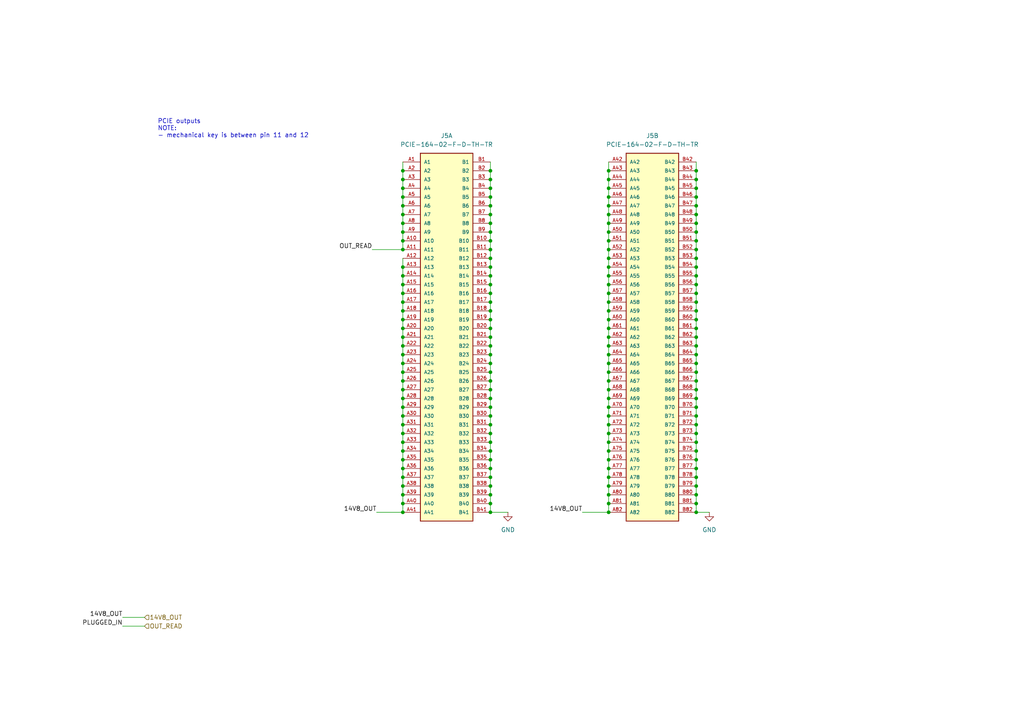
<source format=kicad_sch>
(kicad_sch (version 20250114) (generator "eeschema") (generator_version "9.0")
  (paper "A4")
  (lib_symbols
    (symbol "PCIE-164-02-F-D-TH-TR:PCIE-164-02-F-D-TH-TR" (pin_names (offset 1.016))
      (property "Reference" "J" (at -7.62 54.102 0))
      (property "Value" "PCIE-164-02-F-D-TH-TR" (at -7.62 -55.88 0))
      (symbol "PCIE-164-02-F-D-TH-TR_1_0"
        (rectangle (start -7.62 -53.34) (end 7.62 53.34) (stroke (width 0.254)) (fill (type background)))
        (pin passive line (at -12.7 50.8 0) (length 5.08) (name "A1") (number "A1"))
        (pin passive line (at -12.7 48.26 0) (length 5.08) (name "A2") (number "A2"))
        (pin passive line (at -12.7 45.72 0) (length 5.08) (name "A3") (number "A3"))
        (pin passive line (at -12.7 43.18 0) (length 5.08) (name "A4") (number "A4"))
        (pin passive line (at -12.7 40.64 0) (length 5.08) (name "A5") (number "A5"))
        (pin passive line (at -12.7 38.1 0) (length 5.08) (name "A6") (number "A6"))
        (pin passive line (at -12.7 35.56 0) (length 5.08) (name "A7") (number "A7"))
        (pin passive line (at -12.7 33.02 0) (length 5.08) (name "A8") (number "A8"))
        (pin passive line (at -12.7 30.48 0) (length 5.08) (name "A9") (number "A9"))
        (pin passive line (at -12.7 27.94 0) (length 5.08) (name "A10") (number "A10"))
        (pin passive line (at -12.7 25.4 0) (length 5.08) (name "A11") (number "A11"))
        (pin passive line (at -12.7 22.86 0) (length 5.08) (name "A12") (number "A12"))
        (pin passive line (at -12.7 20.32 0) (length 5.08) (name "A13") (number "A13"))
        (pin passive line (at -12.7 17.78 0) (length 5.08) (name "A14") (number "A14"))
        (pin passive line (at -12.7 15.24 0) (length 5.08) (name "A15") (number "A15"))
        (pin passive line (at -12.7 12.7 0) (length 5.08) (name "A16") (number "A16"))
        (pin passive line (at -12.7 10.16 0) (length 5.08) (name "A17") (number "A17"))
        (pin passive line (at -12.7 7.62 0) (length 5.08) (name "A18") (number "A18"))
        (pin passive line (at -12.7 5.08 0) (length 5.08) (name "A19") (number "A19"))
        (pin passive line (at -12.7 2.54 0) (length 5.08) (name "A20") (number "A20"))
        (pin passive line (at -12.7 0 0) (length 5.08) (name "A21") (number "A21"))
        (pin passive line (at -12.7 -2.54 0) (length 5.08) (name "A22") (number "A22"))
        (pin passive line (at -12.7 -5.08 0) (length 5.08) (name "A23") (number "A23"))
        (pin passive line (at -12.7 -7.62 0) (length 5.08) (name "A24") (number "A24"))
        (pin passive line (at -12.7 -10.16 0) (length 5.08) (name "A25") (number "A25"))
        (pin passive line (at -12.7 -12.7 0) (length 5.08) (name "A26") (number "A26"))
        (pin passive line (at -12.7 -15.24 0) (length 5.08) (name "A27") (number "A27"))
        (pin passive line (at -12.7 -17.78 0) (length 5.08) (name "A28") (number "A28"))
        (pin passive line (at -12.7 -20.32 0) (length 5.08) (name "A29") (number "A29"))
        (pin passive line (at -12.7 -22.86 0) (length 5.08) (name "A30") (number "A30"))
        (pin passive line (at -12.7 -25.4 0) (length 5.08) (name "A31") (number "A31"))
        (pin passive line (at -12.7 -27.94 0) (length 5.08) (name "A32") (number "A32"))
        (pin passive line (at -12.7 -30.48 0) (length 5.08) (name "A33") (number "A33"))
        (pin passive line (at -12.7 -33.02 0) (length 5.08) (name "A34") (number "A34"))
        (pin passive line (at -12.7 -35.56 0) (length 5.08) (name "A35") (number "A35"))
        (pin passive line (at -12.7 -38.1 0) (length 5.08) (name "A36") (number "A36"))
        (pin passive line (at -12.7 -40.64 0) (length 5.08) (name "A37") (number "A37"))
        (pin passive line (at -12.7 -43.18 0) (length 5.08) (name "A38") (number "A38"))
        (pin passive line (at -12.7 -45.72 0) (length 5.08) (name "A39") (number "A39"))
        (pin passive line (at -12.7 -48.26 0) (length 5.08) (name "A40") (number "A40"))
        (pin passive line (at -12.7 -50.8 0) (length 5.08) (name "A41") (number "A41"))
        (pin passive line (at 12.7 50.8 180) (length 5.08) (name "B1") (number "B1"))
        (pin passive line (at 12.7 48.26 180) (length 5.08) (name "B2") (number "B2"))
        (pin passive line (at 12.7 45.72 180) (length 5.08) (name "B3") (number "B3"))
        (pin passive line (at 12.7 43.18 180) (length 5.08) (name "B4") (number "B4"))
        (pin passive line (at 12.7 40.64 180) (length 5.08) (name "B5") (number "B5"))
        (pin passive line (at 12.7 38.1 180) (length 5.08) (name "B6") (number "B6"))
        (pin passive line (at 12.7 35.56 180) (length 5.08) (name "B7") (number "B7"))
        (pin passive line (at 12.7 33.02 180) (length 5.08) (name "B8") (number "B8"))
        (pin passive line (at 12.7 30.48 180) (length 5.08) (name "B9") (number "B9"))
        (pin passive line (at 12.7 27.94 180) (length 5.08) (name "B10") (number "B10"))
        (pin passive line (at 12.7 25.4 180) (length 5.08) (name "B11") (number "B11"))
        (pin passive line (at 12.7 22.86 180) (length 5.08) (name "B12") (number "B12"))
        (pin passive line (at 12.7 20.32 180) (length 5.08) (name "B13") (number "B13"))
        (pin passive line (at 12.7 17.78 180) (length 5.08) (name "B14") (number "B14"))
        (pin passive line (at 12.7 15.24 180) (length 5.08) (name "B15") (number "B15"))
        (pin passive line (at 12.7 12.7 180) (length 5.08) (name "B16") (number "B16"))
        (pin passive line (at 12.7 10.16 180) (length 5.08) (name "B17") (number "B17"))
        (pin passive line (at 12.7 7.62 180) (length 5.08) (name "B18") (number "B18"))
        (pin passive line (at 12.7 5.08 180) (length 5.08) (name "B19") (number "B19"))
        (pin passive line (at 12.7 2.54 180) (length 5.08) (name "B20") (number "B20"))
        (pin passive line (at 12.7 0 180) (length 5.08) (name "B21") (number "B21"))
        (pin passive line (at 12.7 -2.54 180) (length 5.08) (name "B22") (number "B22"))
        (pin passive line (at 12.7 -5.08 180) (length 5.08) (name "B23") (number "B23"))
        (pin passive line (at 12.7 -7.62 180) (length 5.08) (name "B24") (number "B24"))
        (pin passive line (at 12.7 -10.16 180) (length 5.08) (name "B25") (number "B25"))
        (pin passive line (at 12.7 -12.7 180) (length 5.08) (name "B26") (number "B26"))
        (pin passive line (at 12.7 -15.24 180) (length 5.08) (name "B27") (number "B27"))
        (pin passive line (at 12.7 -17.78 180) (length 5.08) (name "B28") (number "B28"))
        (pin passive line (at 12.7 -20.32 180) (length 5.08) (name "B29") (number "B29"))
        (pin passive line (at 12.7 -22.86 180) (length 5.08) (name "B30") (number "B30"))
        (pin passive line (at 12.7 -25.4 180) (length 5.08) (name "B31") (number "B31"))
        (pin passive line (at 12.7 -27.94 180) (length 5.08) (name "B32") (number "B32"))
        (pin passive line (at 12.7 -30.48 180) (length 5.08) (name "B33") (number "B33"))
        (pin passive line (at 12.7 -33.02 180) (length 5.08) (name "B34") (number "B34"))
        (pin passive line (at 12.7 -35.56 180) (length 5.08) (name "B35") (number "B35"))
        (pin passive line (at 12.7 -38.1 180) (length 5.08) (name "B36") (number "B36"))
        (pin passive line (at 12.7 -40.64 180) (length 5.08) (name "B37") (number "B37"))
        (pin passive line (at 12.7 -43.18 180) (length 5.08) (name "B38") (number "B38"))
        (pin passive line (at 12.7 -45.72 180) (length 5.08) (name "B39") (number "B39"))
        (pin passive line (at 12.7 -48.26 180) (length 5.08) (name "B40") (number "B40"))
        (pin passive line (at 12.7 -50.8 180) (length 5.08) (name "B41") (number "B41"))
      )
      (symbol "PCIE-164-02-F-D-TH-TR_2_0"
        (rectangle (start -7.62 -53.34) (end 7.62 53.34) (stroke (width 0.254)) (fill (type background)))
        (pin passive line (at -12.7 50.8 0) (length 5.08) (name "A42") (number "A42"))
        (pin passive line (at -12.7 48.26 0) (length 5.08) (name "A43") (number "A43"))
        (pin passive line (at -12.7 45.72 0) (length 5.08) (name "A44") (number "A44"))
        (pin passive line (at -12.7 43.18 0) (length 5.08) (name "A45") (number "A45"))
        (pin passive line (at -12.7 40.64 0) (length 5.08) (name "A46") (number "A46"))
        (pin passive line (at -12.7 38.1 0) (length 5.08) (name "A47") (number "A47"))
        (pin passive line (at -12.7 35.56 0) (length 5.08) (name "A48") (number "A48"))
        (pin passive line (at -12.7 33.02 0) (length 5.08) (name "A49") (number "A49"))
        (pin passive line (at -12.7 30.48 0) (length 5.08) (name "A50") (number "A50"))
        (pin passive line (at -12.7 27.94 0) (length 5.08) (name "A51") (number "A51"))
        (pin passive line (at -12.7 25.4 0) (length 5.08) (name "A52") (number "A52"))
        (pin passive line (at -12.7 22.86 0) (length 5.08) (name "A53") (number "A53"))
        (pin passive line (at -12.7 20.32 0) (length 5.08) (name "A54") (number "A54"))
        (pin passive line (at -12.7 17.78 0) (length 5.08) (name "A55") (number "A55"))
        (pin passive line (at -12.7 15.24 0) (length 5.08) (name "A56") (number "A56"))
        (pin passive line (at -12.7 12.7 0) (length 5.08) (name "A57") (number "A57"))
        (pin passive line (at -12.7 10.16 0) (length 5.08) (name "A58") (number "A58"))
        (pin passive line (at -12.7 7.62 0) (length 5.08) (name "A59") (number "A59"))
        (pin passive line (at -12.7 5.08 0) (length 5.08) (name "A60") (number "A60"))
        (pin passive line (at -12.7 2.54 0) (length 5.08) (name "A61") (number "A61"))
        (pin passive line (at -12.7 0 0) (length 5.08) (name "A62") (number "A62"))
        (pin passive line (at -12.7 -2.54 0) (length 5.08) (name "A63") (number "A63"))
        (pin passive line (at -12.7 -5.08 0) (length 5.08) (name "A64") (number "A64"))
        (pin passive line (at -12.7 -7.62 0) (length 5.08) (name "A65") (number "A65"))
        (pin passive line (at -12.7 -10.16 0) (length 5.08) (name "A66") (number "A66"))
        (pin passive line (at -12.7 -12.7 0) (length 5.08) (name "A67") (number "A67"))
        (pin passive line (at -12.7 -15.24 0) (length 5.08) (name "A68") (number "A68"))
        (pin passive line (at -12.7 -17.78 0) (length 5.08) (name "A69") (number "A69"))
        (pin passive line (at -12.7 -20.32 0) (length 5.08) (name "A70") (number "A70"))
        (pin passive line (at -12.7 -22.86 0) (length 5.08) (name "A71") (number "A71"))
        (pin passive line (at -12.7 -25.4 0) (length 5.08) (name "A72") (number "A72"))
        (pin passive line (at -12.7 -27.94 0) (length 5.08) (name "A73") (number "A73"))
        (pin passive line (at -12.7 -30.48 0) (length 5.08) (name "A74") (number "A74"))
        (pin passive line (at -12.7 -33.02 0) (length 5.08) (name "A75") (number "A75"))
        (pin passive line (at -12.7 -35.56 0) (length 5.08) (name "A76") (number "A76"))
        (pin passive line (at -12.7 -38.1 0) (length 5.08) (name "A77") (number "A77"))
        (pin passive line (at -12.7 -40.64 0) (length 5.08) (name "A78") (number "A78"))
        (pin passive line (at -12.7 -43.18 0) (length 5.08) (name "A79") (number "A79"))
        (pin passive line (at -12.7 -45.72 0) (length 5.08) (name "A80") (number "A80"))
        (pin passive line (at -12.7 -48.26 0) (length 5.08) (name "A81") (number "A81"))
        (pin passive line (at -12.7 -50.8 0) (length 5.08) (name "A82") (number "A82"))
        (pin passive line (at 12.7 50.8 180) (length 5.08) (name "B42") (number "B42"))
        (pin passive line (at 12.7 48.26 180) (length 5.08) (name "B43") (number "B43"))
        (pin passive line (at 12.7 45.72 180) (length 5.08) (name "B44") (number "B44"))
        (pin passive line (at 12.7 43.18 180) (length 5.08) (name "B45") (number "B45"))
        (pin passive line (at 12.7 40.64 180) (length 5.08) (name "B46") (number "B46"))
        (pin passive line (at 12.7 38.1 180) (length 5.08) (name "B47") (number "B47"))
        (pin passive line (at 12.7 35.56 180) (length 5.08) (name "B48") (number "B48"))
        (pin passive line (at 12.7 33.02 180) (length 5.08) (name "B49") (number "B49"))
        (pin passive line (at 12.7 30.48 180) (length 5.08) (name "B50") (number "B50"))
        (pin passive line (at 12.7 27.94 180) (length 5.08) (name "B51") (number "B51"))
        (pin passive line (at 12.7 25.4 180) (length 5.08) (name "B52") (number "B52"))
        (pin passive line (at 12.7 22.86 180) (length 5.08) (name "B53") (number "B53"))
        (pin passive line (at 12.7 20.32 180) (length 5.08) (name "B54") (number "B54"))
        (pin passive line (at 12.7 17.78 180) (length 5.08) (name "B55") (number "B55"))
        (pin passive line (at 12.7 15.24 180) (length 5.08) (name "B56") (number "B56"))
        (pin passive line (at 12.7 12.7 180) (length 5.08) (name "B57") (number "B57"))
        (pin passive line (at 12.7 10.16 180) (length 5.08) (name "B58") (number "B58"))
        (pin passive line (at 12.7 7.62 180) (length 5.08) (name "B59") (number "B59"))
        (pin passive line (at 12.7 5.08 180) (length 5.08) (name "B60") (number "B60"))
        (pin passive line (at 12.7 2.54 180) (length 5.08) (name "B61") (number "B61"))
        (pin passive line (at 12.7 0 180) (length 5.08) (name "B62") (number "B62"))
        (pin passive line (at 12.7 -2.54 180) (length 5.08) (name "B63") (number "B63"))
        (pin passive line (at 12.7 -5.08 180) (length 5.08) (name "B64") (number "B64"))
        (pin passive line (at 12.7 -7.62 180) (length 5.08) (name "B65") (number "B65"))
        (pin passive line (at 12.7 -10.16 180) (length 5.08) (name "B66") (number "B66"))
        (pin passive line (at 12.7 -12.7 180) (length 5.08) (name "B67") (number "B67"))
        (pin passive line (at 12.7 -15.24 180) (length 5.08) (name "B68") (number "B68"))
        (pin passive line (at 12.7 -17.78 180) (length 5.08) (name "B69") (number "B69"))
        (pin passive line (at 12.7 -20.32 180) (length 5.08) (name "B70") (number "B70"))
        (pin passive line (at 12.7 -22.86 180) (length 5.08) (name "B71") (number "B71"))
        (pin passive line (at 12.7 -25.4 180) (length 5.08) (name "B72") (number "B72"))
        (pin passive line (at 12.7 -27.94 180) (length 5.08) (name "B73") (number "B73"))
        (pin passive line (at 12.7 -30.48 180) (length 5.08) (name "B74") (number "B74"))
        (pin passive line (at 12.7 -33.02 180) (length 5.08) (name "B75") (number "B75"))
        (pin passive line (at 12.7 -35.56 180) (length 5.08) (name "B76") (number "B76"))
        (pin passive line (at 12.7 -38.1 180) (length 5.08) (name "B77") (number "B77"))
        (pin passive line (at 12.7 -40.64 180) (length 5.08) (name "B78") (number "B78"))
        (pin passive line (at 12.7 -43.18 180) (length 5.08) (name "B79") (number "B79"))
        (pin passive line (at 12.7 -45.72 180) (length 5.08) (name "B80") (number "B80"))
        (pin passive line (at 12.7 -48.26 180) (length 5.08) (name "B81") (number "B81"))
        (pin passive line (at 12.7 -50.8 180) (length 5.08) (name "B82") (number "B82"))
      )
    )
    (symbol "power:GND" (power) (pin_numbers (hide yes)) (pin_names (offset 0) (hide yes))
      (property "Value" "GND" (at 0 -3.81 0))
      (symbol "GND_0_1"
        (polyline (pts (xy 0 0) (xy 0 -1.27) (xy 1.27 -1.27) (xy 0 -2.54) (xy -1.27 -1.27) (xy 0 -1.27)))
      )
      (symbol "GND_1_1"
        (pin power_in line (at 0 0 270) (length 0) (name "~") (number "1"))
      )
    )
  )
  (text "PCIE outputs\nNOTE:\n- mechanical key is between pin 11 and 12" (at 45.72 37.338 0) (effects (font (size 1.27 1.27)) (justify left)))
  (junction (at 176.53 138.43))
  (junction (at 116.84 85.09))
  (junction (at 142.24 64.77))
  (junction (at 142.24 80.01))
  (junction (at 142.24 72.39))
  (junction (at 176.53 77.47))
  (junction (at 176.53 128.27))
  (junction (at 116.84 100.33))
  (junction (at 142.24 54.61))
  (junction (at 201.93 77.47))
  (junction (at 176.53 52.07))
  (junction (at 176.53 115.57))
  (junction (at 201.93 100.33))
  (junction (at 116.84 77.47))
  (junction (at 116.84 82.55))
  (junction (at 116.84 107.95))
  (junction (at 176.53 59.69))
  (junction (at 176.53 80.01))
  (junction (at 176.53 82.55))
  (junction (at 176.53 140.97))
  (junction (at 201.93 113.03))
  (junction (at 201.93 74.93))
  (junction (at 116.84 64.77))
  (junction (at 176.53 90.17))
  (junction (at 142.24 57.15))
  (junction (at 176.53 57.15))
  (junction (at 116.84 54.61))
  (junction (at 142.24 105.41))
  (junction (at 142.24 148.59))
  (junction (at 142.24 107.95))
  (junction (at 142.24 123.19))
  (junction (at 142.24 77.47))
  (junction (at 116.84 92.71))
  (junction (at 142.24 130.81))
  (junction (at 201.93 120.65))
  (junction (at 176.53 92.71))
  (junction (at 142.24 69.85))
  (junction (at 142.24 138.43))
  (junction (at 201.93 97.79))
  (junction (at 116.84 72.39))
  (junction (at 116.84 118.11))
  (junction (at 142.24 52.07))
  (junction (at 201.93 115.57))
  (junction (at 201.93 72.39))
  (junction (at 116.84 62.23))
  (junction (at 142.24 100.33))
  (junction (at 176.53 102.87))
  (junction (at 201.93 130.81))
  (junction (at 201.93 82.55))
  (junction (at 142.24 102.87))
  (junction (at 116.84 52.07))
  (junction (at 176.53 64.77))
  (junction (at 201.93 52.07))
  (junction (at 176.53 120.65))
  (junction (at 176.53 143.51))
  (junction (at 201.93 110.49))
  (junction (at 176.53 72.39))
  (junction (at 142.24 97.79))
  (junction (at 116.84 148.59))
  (junction (at 201.93 95.25))
  (junction (at 142.24 128.27))
  (junction (at 142.24 59.69))
  (junction (at 176.53 97.79))
  (junction (at 142.24 125.73))
  (junction (at 142.24 135.89))
  (junction (at 201.93 128.27))
  (junction (at 142.24 115.57))
  (junction (at 116.84 125.73))
  (junction (at 142.24 92.71))
  (junction (at 116.84 146.05))
  (junction (at 142.24 74.93))
  (junction (at 176.53 87.63))
  (junction (at 201.93 123.19))
  (junction (at 116.84 69.85))
  (junction (at 142.24 118.11))
  (junction (at 176.53 95.25))
  (junction (at 142.24 87.63))
  (junction (at 176.53 110.49))
  (junction (at 116.84 49.53))
  (junction (at 142.24 133.35))
  (junction (at 201.93 143.51))
  (junction (at 201.93 87.63))
  (junction (at 201.93 64.77))
  (junction (at 116.84 80.01))
  (junction (at 142.24 67.31))
  (junction (at 116.84 115.57))
  (junction (at 176.53 135.89))
  (junction (at 116.84 87.63))
  (junction (at 201.93 125.73))
  (junction (at 201.93 62.23))
  (junction (at 116.84 123.19))
  (junction (at 176.53 130.81))
  (junction (at 176.53 123.19))
  (junction (at 201.93 135.89))
  (junction (at 201.93 107.95))
  (junction (at 176.53 85.09))
  (junction (at 116.84 133.35))
  (junction (at 142.24 110.49))
  (junction (at 116.84 97.79))
  (junction (at 116.84 113.03))
  (junction (at 176.53 67.31))
  (junction (at 142.24 85.09))
  (junction (at 201.93 49.53))
  (junction (at 116.84 95.25))
  (junction (at 116.84 105.41))
  (junction (at 176.53 74.93))
  (junction (at 142.24 49.53))
  (junction (at 176.53 148.59))
  (junction (at 201.93 85.09))
  (junction (at 201.93 67.31))
  (junction (at 176.53 113.03))
  (junction (at 142.24 62.23))
  (junction (at 201.93 69.85))
  (junction (at 201.93 138.43))
  (junction (at 142.24 90.17))
  (junction (at 142.24 120.65))
  (junction (at 116.84 140.97))
  (junction (at 201.93 118.11))
  (junction (at 176.53 133.35))
  (junction (at 142.24 82.55))
  (junction (at 176.53 54.61))
  (junction (at 116.84 130.81))
  (junction (at 116.84 102.87))
  (junction (at 116.84 120.65))
  (junction (at 116.84 138.43))
  (junction (at 176.53 107.95))
  (junction (at 116.84 135.89))
  (junction (at 201.93 105.41))
  (junction (at 201.93 92.71))
  (junction (at 176.53 146.05))
  (junction (at 201.93 54.61))
  (junction (at 176.53 62.23))
  (junction (at 142.24 95.25))
  (junction (at 176.53 125.73))
  (junction (at 201.93 57.15))
  (junction (at 201.93 140.97))
  (junction (at 201.93 102.87))
  (junction (at 142.24 146.05))
  (junction (at 201.93 148.59))
  (junction (at 116.84 143.51))
  (junction (at 201.93 90.17))
  (junction (at 176.53 118.11))
  (junction (at 201.93 133.35))
  (junction (at 116.84 57.15))
  (junction (at 142.24 140.97))
  (junction (at 116.84 59.69))
  (junction (at 201.93 80.01))
  (junction (at 176.53 100.33))
  (junction (at 201.93 146.05))
  (junction (at 176.53 105.41))
  (junction (at 142.24 113.03))
  (junction (at 116.84 90.17))
  (junction (at 201.93 59.69))
  (junction (at 116.84 110.49))
  (junction (at 142.24 143.51))
  (junction (at 116.84 67.31))
  (junction (at 176.53 49.53))
  (junction (at 176.53 69.85))
  (junction (at 116.84 128.27))
  (wire (pts (xy 176.53 85.09) (xy 176.53 87.63)))
  (wire (pts (xy 176.53 46.99) (xy 176.53 49.53)))
  (wire (pts (xy 201.93 100.33) (xy 201.93 102.87)))
  (wire (pts (xy 142.24 72.39) (xy 142.24 74.93)))
  (wire (pts (xy 142.24 90.17) (xy 142.24 92.71)))
  (wire (pts (xy 176.53 72.39) (xy 176.53 74.93)))
  (wire (pts (xy 201.93 64.77) (xy 201.93 67.31)))
  (wire (pts (xy 201.93 148.59) (xy 205.74 148.59)))
  (wire (pts (xy 116.84 105.41) (xy 116.84 107.95)))
  (wire (pts (xy 116.84 143.51) (xy 116.84 146.05)))
  (wire (pts (xy 116.84 92.71) (xy 116.84 95.25)))
  (wire (pts (xy 201.93 120.65) (xy 201.93 123.19)))
  (wire (pts (xy 176.53 135.89) (xy 176.53 138.43)))
  (wire (pts (xy 116.84 80.01) (xy 116.84 82.55)))
  (wire (pts (xy 201.93 125.73) (xy 201.93 128.27)))
  (wire (pts (xy 201.93 102.87) (xy 201.93 105.41)))
  (wire (pts (xy 201.93 67.31) (xy 201.93 69.85)))
  (wire (pts (xy 201.93 97.79) (xy 201.93 100.33)))
  (wire (pts (xy 116.84 146.05) (xy 116.84 148.59)))
  (wire (pts (xy 176.53 77.47) (xy 176.53 80.01)))
  (wire (pts (xy 142.24 148.59) (xy 147.32 148.59)))
  (wire (pts (xy 142.24 138.43) (xy 142.24 140.97)))
  (wire (pts (xy 116.84 85.09) (xy 116.84 87.63)))
  (wire (pts (xy 176.53 128.27) (xy 176.53 130.81)))
  (wire (pts (xy 201.93 107.95) (xy 201.93 110.49)))
  (wire (pts (xy 35.56 181.61) (xy 41.91 181.61)))
  (wire (pts (xy 201.93 130.81) (xy 201.93 133.35)))
  (wire (pts (xy 142.24 102.87) (xy 142.24 105.41)))
  (wire (pts (xy 201.93 90.17) (xy 201.93 92.71)))
  (wire (pts (xy 116.84 133.35) (xy 116.84 135.89)))
  (wire (pts (xy 176.53 74.93) (xy 176.53 77.47)))
  (wire (pts (xy 201.93 143.51) (xy 201.93 146.05)))
  (wire (pts (xy 142.24 120.65) (xy 142.24 123.19)))
  (wire (pts (xy 142.24 52.07) (xy 142.24 54.61)))
  (wire (pts (xy 176.53 62.23) (xy 176.53 64.77)))
  (wire (pts (xy 176.53 105.41) (xy 176.53 107.95)))
  (wire (pts (xy 201.93 105.41) (xy 201.93 107.95)))
  (wire (pts (xy 142.24 118.11) (xy 142.24 120.65)))
  (wire (pts (xy 176.53 143.51) (xy 176.53 146.05)))
  (wire (pts (xy 142.24 128.27) (xy 142.24 130.81)))
  (wire (pts (xy 116.84 102.87) (xy 116.84 105.41)))
  (wire (pts (xy 176.53 87.63) (xy 176.53 90.17)))
  (wire (pts (xy 142.24 92.71) (xy 142.24 95.25)))
  (wire (pts (xy 201.93 62.23) (xy 201.93 64.77)))
  (wire (pts (xy 201.93 46.99) (xy 201.93 49.53)))
  (wire (pts (xy 116.84 113.03) (xy 116.84 115.57)))
  (wire (pts (xy 176.53 64.77) (xy 176.53 67.31)))
  (wire (pts (xy 109.22 148.59) (xy 116.84 148.59)))
  (wire (pts (xy 201.93 115.57) (xy 201.93 118.11)))
  (wire (pts (xy 116.84 57.15) (xy 116.84 59.69)))
  (wire (pts (xy 176.53 59.69) (xy 176.53 62.23)))
  (wire (pts (xy 142.24 64.77) (xy 142.24 67.31)))
  (wire (pts (xy 176.53 52.07) (xy 176.53 54.61)))
  (wire (pts (xy 201.93 59.69) (xy 201.93 62.23)))
  (wire (pts (xy 142.24 135.89) (xy 142.24 138.43)))
  (wire (pts (xy 201.93 77.47) (xy 201.93 80.01)))
  (wire (pts (xy 142.24 123.19) (xy 142.24 125.73)))
  (wire (pts (xy 142.24 100.33) (xy 142.24 102.87)))
  (wire (pts (xy 116.84 64.77) (xy 116.84 67.31)))
  (wire (pts (xy 116.84 52.07) (xy 116.84 54.61)))
  (wire (pts (xy 116.84 110.49) (xy 116.84 113.03)))
  (wire (pts (xy 176.53 133.35) (xy 176.53 135.89)))
  (wire (pts (xy 142.24 57.15) (xy 142.24 59.69)))
  (wire (pts (xy 116.84 135.89) (xy 116.84 138.43)))
  (wire (pts (xy 201.93 80.01) (xy 201.93 82.55)))
  (wire (pts (xy 142.24 54.61) (xy 142.24 57.15)))
  (wire (pts (xy 116.84 62.23) (xy 116.84 64.77)))
  (wire (pts (xy 201.93 72.39) (xy 201.93 74.93)))
  (wire (pts (xy 201.93 128.27) (xy 201.93 130.81)))
  (wire (pts (xy 116.84 115.57) (xy 116.84 118.11)))
  (wire (pts (xy 176.53 120.65) (xy 176.53 123.19)))
  (wire (pts (xy 116.84 49.53) (xy 116.84 52.07)))
  (wire (pts (xy 142.24 115.57) (xy 142.24 118.11)))
  (wire (pts (xy 201.93 110.49) (xy 201.93 113.03)))
  (wire (pts (xy 201.93 82.55) (xy 201.93 85.09)))
  (wire (pts (xy 116.84 46.99) (xy 116.84 49.53)))
  (wire (pts (xy 142.24 113.03) (xy 142.24 115.57)))
  (wire (pts (xy 116.84 87.63) (xy 116.84 90.17)))
  (wire (pts (xy 116.84 120.65) (xy 116.84 123.19)))
  (wire (pts (xy 201.93 140.97) (xy 201.93 143.51)))
  (wire (pts (xy 116.84 82.55) (xy 116.84 85.09)))
  (wire (pts (xy 116.84 59.69) (xy 116.84 62.23)))
  (wire (pts (xy 176.53 113.03) (xy 176.53 115.57)))
  (wire (pts (xy 142.24 146.05) (xy 142.24 148.59)))
  (wire (pts (xy 176.53 54.61) (xy 176.53 57.15)))
  (wire (pts (xy 116.84 77.47) (xy 116.84 80.01)))
  (wire (pts (xy 176.53 102.87) (xy 176.53 105.41)))
  (wire (pts (xy 116.84 118.11) (xy 116.84 120.65)))
  (wire (pts (xy 142.24 140.97) (xy 142.24 143.51)))
  (wire (pts (xy 116.84 54.61) (xy 116.84 57.15)))
  (wire (pts (xy 201.93 52.07) (xy 201.93 54.61)))
  (wire (pts (xy 142.24 87.63) (xy 142.24 90.17)))
  (wire (pts (xy 176.53 95.25) (xy 176.53 97.79)))
  (wire (pts (xy 176.53 123.19) (xy 176.53 125.73)))
  (wire (pts (xy 142.24 46.99) (xy 142.24 49.53)))
  (wire (pts (xy 176.53 92.71) (xy 176.53 95.25)))
  (wire (pts (xy 201.93 69.85) (xy 201.93 72.39)))
  (wire (pts (xy 176.53 82.55) (xy 176.53 85.09)))
  (wire (pts (xy 201.93 146.05) (xy 201.93 148.59)))
  (wire (pts (xy 142.24 67.31) (xy 142.24 69.85)))
  (wire (pts (xy 201.93 85.09) (xy 201.93 87.63)))
  (wire (pts (xy 201.93 57.15) (xy 201.93 59.69)))
  (wire (pts (xy 176.53 110.49) (xy 176.53 113.03)))
  (wire (pts (xy 116.84 107.95) (xy 116.84 110.49)))
  (wire (pts (xy 176.53 69.85) (xy 176.53 72.39)))
  (wire (pts (xy 176.53 80.01) (xy 176.53 82.55)))
  (wire (pts (xy 142.24 133.35) (xy 142.24 135.89)))
  (wire (pts (xy 116.84 128.27) (xy 116.84 130.81)))
  (wire (pts (xy 116.84 74.93) (xy 116.84 77.47)))
  (wire (pts (xy 116.84 125.73) (xy 116.84 128.27)))
  (wire (pts (xy 142.24 110.49) (xy 142.24 113.03)))
  (wire (pts (xy 176.53 130.81) (xy 176.53 133.35)))
  (wire (pts (xy 116.84 67.31) (xy 116.84 69.85)))
  (wire (pts (xy 176.53 49.53) (xy 176.53 52.07)))
  (wire (pts (xy 176.53 125.73) (xy 176.53 128.27)))
  (wire (pts (xy 176.53 90.17) (xy 176.53 92.71)))
  (wire (pts (xy 116.84 69.85) (xy 116.84 72.39)))
  (wire (pts (xy 142.24 49.53) (xy 142.24 52.07)))
  (wire (pts (xy 116.84 95.25) (xy 116.84 97.79)))
  (wire (pts (xy 201.93 95.25) (xy 201.93 97.79)))
  (wire (pts (xy 142.24 62.23) (xy 142.24 64.77)))
  (wire (pts (xy 168.91 148.59) (xy 176.53 148.59)))
  (wire (pts (xy 201.93 113.03) (xy 201.93 115.57)))
  (wire (pts (xy 201.93 87.63) (xy 201.93 90.17)))
  (wire (pts (xy 142.24 59.69) (xy 142.24 62.23)))
  (wire (pts (xy 201.93 133.35) (xy 201.93 135.89)))
  (wire (pts (xy 201.93 74.93) (xy 201.93 77.47)))
  (wire (pts (xy 35.56 179.07) (xy 41.91 179.07)))
  (wire (pts (xy 142.24 95.25) (xy 142.24 97.79)))
  (wire (pts (xy 176.53 115.57) (xy 176.53 118.11)))
  (wire (pts (xy 176.53 100.33) (xy 176.53 102.87)))
  (wire (pts (xy 116.84 130.81) (xy 116.84 133.35)))
  (wire (pts (xy 176.53 138.43) (xy 176.53 140.97)))
  (wire (pts (xy 116.84 97.79) (xy 116.84 100.33)))
  (wire (pts (xy 116.84 123.19) (xy 116.84 125.73)))
  (wire (pts (xy 142.24 77.47) (xy 142.24 80.01)))
  (wire (pts (xy 176.53 107.95) (xy 176.53 110.49)))
  (wire (pts (xy 201.93 123.19) (xy 201.93 125.73)))
  (wire (pts (xy 116.84 140.97) (xy 116.84 143.51)))
  (wire (pts (xy 201.93 118.11) (xy 201.93 120.65)))
  (wire (pts (xy 201.93 49.53) (xy 201.93 52.07)))
  (wire (pts (xy 116.84 100.33) (xy 116.84 102.87)))
  (wire (pts (xy 142.24 80.01) (xy 142.24 82.55)))
  (wire (pts (xy 176.53 118.11) (xy 176.53 120.65)))
  (wire (pts (xy 201.93 135.89) (xy 201.93 138.43)))
  (wire (pts (xy 142.24 85.09) (xy 142.24 87.63)))
  (wire (pts (xy 201.93 138.43) (xy 201.93 140.97)))
  (wire (pts (xy 107.95 72.39) (xy 116.84 72.39)))
  (wire (pts (xy 176.53 97.79) (xy 176.53 100.33)))
  (wire (pts (xy 176.53 67.31) (xy 176.53 69.85)))
  (wire (pts (xy 116.84 138.43) (xy 116.84 140.97)))
  (wire (pts (xy 142.24 130.81) (xy 142.24 133.35)))
  (wire (pts (xy 201.93 92.71) (xy 201.93 95.25)))
  (wire (pts (xy 142.24 143.51) (xy 142.24 146.05)))
  (wire (pts (xy 116.84 90.17) (xy 116.84 92.71)))
  (wire (pts (xy 142.24 105.41) (xy 142.24 107.95)))
  (wire (pts (xy 176.53 146.05) (xy 176.53 148.59)))
  (wire (pts (xy 142.24 74.93) (xy 142.24 77.47)))
  (wire (pts (xy 142.24 125.73) (xy 142.24 128.27)))
  (wire (pts (xy 142.24 82.55) (xy 142.24 85.09)))
  (wire (pts (xy 142.24 97.79) (xy 142.24 100.33)))
  (wire (pts (xy 201.93 54.61) (xy 201.93 57.15)))
  (wire (pts (xy 142.24 69.85) (xy 142.24 72.39)))
  (wire (pts (xy 142.24 107.95) (xy 142.24 110.49)))
  (wire (pts (xy 176.53 57.15) (xy 176.53 59.69)))
  (wire (pts (xy 176.53 140.97) (xy 176.53 143.51)))
  (label "14V8_OUT" (at 168.91 148.59 180))
  (label "PLUGGED_IN" (at 35.56 181.61 180))
  (label "OUT_READ" (at 107.95 72.39 180))
  (label "14V8_OUT" (at 109.22 148.59 180))
  (label "14V8_OUT" (at 35.56 179.07 180))
  (hierarchical_label "14V8_OUT" (shape input) (at 41.91 179.07 0))
  (hierarchical_label "OUT_READ" (shape input) (at 41.91 181.61 0))
  (symbol (lib_id "PCIE-164-02-F-D-TH-TR:PCIE-164-02-F-D-TH-TR") (at 189.23 97.79 0) (unit 2)
    (property "Reference" "J4" (at 189.23 39.37 0))
    (property "Value" "PCIE-164-02-F-D-TH-TR" (at 189.23 41.91 0))
    (property "Footprint" "iprl_footprints:SAMTEC_PCIE-164-02-F-D-TH-TR" (effects (hide yes)))
    (property "MF" "Samtec" (effects (hide yes)))
    (property "MAXIMUM_PACKAGE_HEIGHT" "11 mm" (effects (hide yes)))
    (property "Package" "None" (effects (hide yes)))
    (property "Price" "None" (effects (hide yes)))
    (property "Check_prices" "https://www.snapeda.com/parts/PCIE-164-02-F-D-TH-TR/Samtec/view-part/?ref=eda" (effects (hide yes)))
    (property "STANDARD" "Manufacturer Recommendations" (effects (hide yes)))
    (property "PARTREV" "Y" (effects (hide yes)))
    (property "SnapEDA_Link" "https://www.snapeda.com/parts/PCIE-164-02-F-D-TH-TR/Samtec/view-part/?ref=snap" (effects (hide yes)))
    (property "MP" "PCIE-164-02-F-D-TH-TR" (effects (hide yes)))
    (property "Description_1" "1.00 mm PCI Express® Gen 3 Edge Card Connector" (effects (hide yes)))
    (property "Availability" "Not in stock" (effects (hide yes)))
    (property "MANUFACTURER" "Samtec" (effects (hide yes)))
    (instances (project "" (path "" (reference "J5") (unit 2)) (path "" (reference "J4") (unit 2)) (path "" (reference "J6") (unit 2)) (path "" (reference "J8") (unit 2))))
  )
  (symbol (lib_id "power:GND") (at 205.74 148.59 0) (unit 1)
    (property "Reference" "#PWR04" (effects (hide yes)))
    (property "Value" "GND" (at 205.74 153.67 0))
    (property "Description" "Power symbol creates a global label with name \"GND\" , ground" (effects (hide yes)))
    (instances (project "" (path "" (reference "#PWR05") (unit 1)) (path "" (reference "#PWR04") (unit 1)) (path "" (reference "#PWR07") (unit 1)) (path "" (reference "#PWR013") (unit 1))))
  )
  (symbol (lib_id "power:GND") (at 147.32 148.59 0) (unit 1)
    (property "Reference" "#PWR014" (effects (hide yes)))
    (property "Value" "GND" (at 147.32 153.67 0))
    (property "Description" "Power symbol creates a global label with name \"GND\" , ground" (effects (hide yes)))
    (instances (project "Power_V2_main" (path "" (reference "#PWR019") (unit 1)) (path "" (reference "#PWR014") (unit 1)) (path "" (reference "#PWR026") (unit 1)) (path "" (reference "#PWR030") (unit 1))))
  )
  (symbol (lib_id "PCIE-164-02-F-D-TH-TR:PCIE-164-02-F-D-TH-TR") (at 129.54 97.79 0) (unit 1)
    (property "Reference" "J4" (at 129.54 39.37 0))
    (property "Value" "PCIE-164-02-F-D-TH-TR" (at 129.54 41.91 0))
    (property "Footprint" "iprl_footprints:SAMTEC_PCIE-164-02-F-D-TH-TR" (effects (hide yes)))
    (property "MF" "Samtec" (effects (hide yes)))
    (property "MAXIMUM_PACKAGE_HEIGHT" "11 mm" (effects (hide yes)))
    (property "Package" "None" (effects (hide yes)))
    (property "Price" "None" (effects (hide yes)))
    (property "Check_prices" "https://www.snapeda.com/parts/PCIE-164-02-F-D-TH-TR/Samtec/view-part/?ref=eda" (effects (hide yes)))
    (property "STANDARD" "Manufacturer Recommendations" (effects (hide yes)))
    (property "PARTREV" "Y" (effects (hide yes)))
    (property "SnapEDA_Link" "https://www.snapeda.com/parts/PCIE-164-02-F-D-TH-TR/Samtec/view-part/?ref=snap" (effects (hide yes)))
    (property "MP" "PCIE-164-02-F-D-TH-TR" (effects (hide yes)))
    (property "Description_1" "1.00 mm PCI Express® Gen 3 Edge Card Connector" (effects (hide yes)))
    (property "Availability" "Not in stock" (effects (hide yes)))
    (property "MANUFACTURER" "Samtec" (effects (hide yes)))
    (instances (project "" (path "" (reference "J5") (unit 1)) (path "" (reference "J4") (unit 1)) (path "" (reference "J6") (unit 1)) (path "" (reference "J8") (unit 1))))
  )
)
</source>
